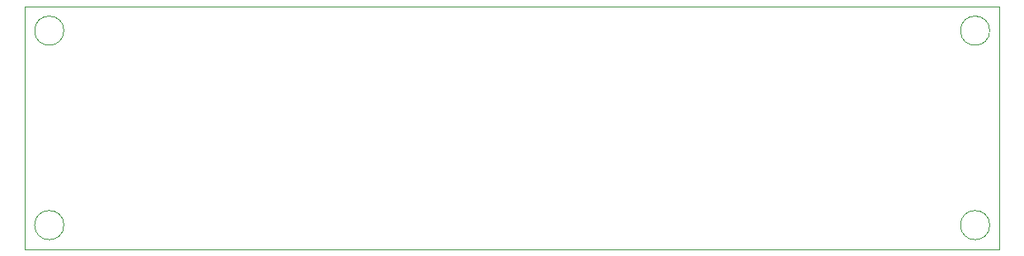
<source format=gm1>
%TF.GenerationSoftware,KiCad,Pcbnew,6.0.10*%
%TF.CreationDate,2023-02-04T17:50:09-06:00*%
%TF.ProjectId,button-clicker,62757474-6f6e-42d6-936c-69636b65722e,rev?*%
%TF.SameCoordinates,Original*%
%TF.FileFunction,Profile,NP*%
%FSLAX46Y46*%
G04 Gerber Fmt 4.6, Leading zero omitted, Abs format (unit mm)*
G04 Created by KiCad (PCBNEW 6.0.10) date 2023-02-04 17:50:09*
%MOMM*%
%LPD*%
G01*
G04 APERTURE LIST*
%TA.AperFunction,Profile*%
%ADD10C,0.100000*%
%TD*%
G04 APERTURE END LIST*
D10*
X24000000Y-42500000D02*
G75*
G03*
X24000000Y-42500000I-1500000J0D01*
G01*
X119000000Y-22500000D02*
G75*
G03*
X119000000Y-22500000I-1500000J0D01*
G01*
X119000000Y-42500000D02*
G75*
G03*
X119000000Y-42500000I-1500000J0D01*
G01*
X24000000Y-22500000D02*
G75*
G03*
X24000000Y-22500000I-1500000J0D01*
G01*
X20000000Y-20000000D02*
X120000000Y-20000000D01*
X120000000Y-20000000D02*
X120000000Y-45000000D01*
X120000000Y-45000000D02*
X20000000Y-45000000D01*
X20000000Y-45000000D02*
X20000000Y-20000000D01*
M02*

</source>
